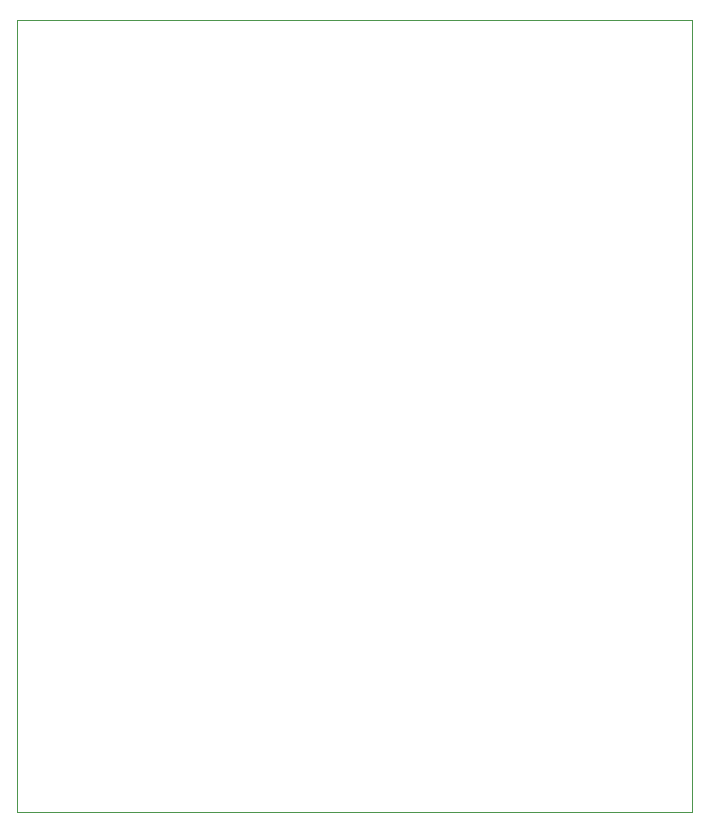
<source format=gbr>
%TF.GenerationSoftware,KiCad,Pcbnew,(6.0.0-rc1-291-g863699f2d1)*%
%TF.CreationDate,2021-12-02T17:31:09-06:00*%
%TF.ProjectId,Kinetic.Pad,4b696e65-7469-4632-9e50-61642e6b6963,rev?*%
%TF.SameCoordinates,Original*%
%TF.FileFunction,Profile,NP*%
%FSLAX46Y46*%
G04 Gerber Fmt 4.6, Leading zero omitted, Abs format (unit mm)*
G04 Created by KiCad (PCBNEW (6.0.0-rc1-291-g863699f2d1)) date 2021-12-02 17:31:09*
%MOMM*%
%LPD*%
G01*
G04 APERTURE LIST*
%TA.AperFunction,Profile*%
%ADD10C,0.050000*%
%TD*%
G04 APERTURE END LIST*
D10*
X208915000Y-18669000D02*
X208915000Y-85725000D01*
X266065000Y-85725000D02*
X266065000Y-18669000D01*
X208915000Y-18669000D02*
X266065000Y-18669000D01*
X208915000Y-85725000D02*
X266065000Y-85725000D01*
M02*

</source>
